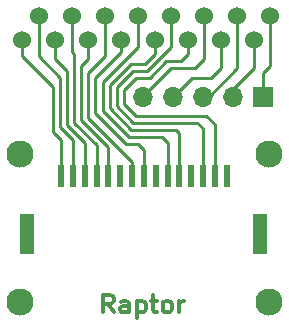
<source format=gbr>
G04 #@! TF.FileFunction,Copper,L1,Top,Signal*
%FSLAX46Y46*%
G04 Gerber Fmt 4.6, Leading zero omitted, Abs format (unit mm)*
G04 Created by KiCad (PCBNEW 4.0.5) date 03/31/17 09:35:13*
%MOMM*%
%LPD*%
G01*
G04 APERTURE LIST*
%ADD10C,0.100000*%
%ADD11C,0.300000*%
%ADD12R,1.700000X1.700000*%
%ADD13O,1.700000X1.700000*%
%ADD14C,2.300000*%
%ADD15R,0.600000X1.900000*%
%ADD16R,1.300000X3.350000*%
%ADD17C,1.524000*%
%ADD18C,0.250000*%
G04 APERTURE END LIST*
D10*
D11*
X145405715Y-122878571D02*
X144905715Y-122164286D01*
X144548572Y-122878571D02*
X144548572Y-121378571D01*
X145120000Y-121378571D01*
X145262858Y-121450000D01*
X145334286Y-121521429D01*
X145405715Y-121664286D01*
X145405715Y-121878571D01*
X145334286Y-122021429D01*
X145262858Y-122092857D01*
X145120000Y-122164286D01*
X144548572Y-122164286D01*
X146691429Y-122878571D02*
X146691429Y-122092857D01*
X146620000Y-121950000D01*
X146477143Y-121878571D01*
X146191429Y-121878571D01*
X146048572Y-121950000D01*
X146691429Y-122807143D02*
X146548572Y-122878571D01*
X146191429Y-122878571D01*
X146048572Y-122807143D01*
X145977143Y-122664286D01*
X145977143Y-122521429D01*
X146048572Y-122378571D01*
X146191429Y-122307143D01*
X146548572Y-122307143D01*
X146691429Y-122235714D01*
X147405715Y-121878571D02*
X147405715Y-123378571D01*
X147405715Y-121950000D02*
X147548572Y-121878571D01*
X147834286Y-121878571D01*
X147977143Y-121950000D01*
X148048572Y-122021429D01*
X148120001Y-122164286D01*
X148120001Y-122592857D01*
X148048572Y-122735714D01*
X147977143Y-122807143D01*
X147834286Y-122878571D01*
X147548572Y-122878571D01*
X147405715Y-122807143D01*
X148548572Y-121878571D02*
X149120001Y-121878571D01*
X148762858Y-121378571D02*
X148762858Y-122664286D01*
X148834286Y-122807143D01*
X148977144Y-122878571D01*
X149120001Y-122878571D01*
X149834287Y-122878571D02*
X149691429Y-122807143D01*
X149620001Y-122735714D01*
X149548572Y-122592857D01*
X149548572Y-122164286D01*
X149620001Y-122021429D01*
X149691429Y-121950000D01*
X149834287Y-121878571D01*
X150048572Y-121878571D01*
X150191429Y-121950000D01*
X150262858Y-122021429D01*
X150334287Y-122164286D01*
X150334287Y-122592857D01*
X150262858Y-122735714D01*
X150191429Y-122807143D01*
X150048572Y-122878571D01*
X149834287Y-122878571D01*
X150977144Y-122878571D02*
X150977144Y-121878571D01*
X150977144Y-122164286D02*
X151048572Y-122021429D01*
X151120001Y-121950000D01*
X151262858Y-121878571D01*
X151405715Y-121878571D01*
D12*
X158070000Y-104600000D03*
D13*
X155530000Y-104600000D03*
X152990000Y-104600000D03*
X150450000Y-104600000D03*
X147910000Y-104600000D03*
D14*
X137520000Y-122000000D03*
X158520000Y-109500000D03*
X158520000Y-122000000D03*
X137520000Y-109500000D03*
D15*
X140970000Y-111360000D03*
X141970000Y-111360000D03*
X142970000Y-111360000D03*
X143970000Y-111360000D03*
X144970000Y-111360000D03*
X145970000Y-111360000D03*
X146970000Y-111360000D03*
X147970000Y-111360000D03*
X148970000Y-111360000D03*
X149970000Y-111360000D03*
X150970000Y-111360000D03*
X151970000Y-111360000D03*
X152970000Y-111360000D03*
X153970000Y-111360000D03*
X154970000Y-111360000D03*
D16*
X157770000Y-116250000D03*
X138070000Y-116240000D03*
D17*
X158670000Y-97800000D03*
X140470000Y-99800000D03*
X141870000Y-97800000D03*
X143270000Y-99800000D03*
X144670000Y-97800000D03*
X146070000Y-99800000D03*
X147470000Y-97800000D03*
X148870000Y-99800000D03*
X150270000Y-97800000D03*
X151670000Y-99800000D03*
X153070000Y-97800000D03*
X154470000Y-99800000D03*
X139070000Y-97800000D03*
X155870000Y-97800000D03*
X137670000Y-99800000D03*
X157270000Y-99800000D03*
D18*
X140970000Y-111360000D02*
X140970000Y-108300000D01*
X137670000Y-101200000D02*
X137670000Y-99800000D01*
X140270000Y-103800000D02*
X137670000Y-101200000D01*
X140270000Y-107600000D02*
X140270000Y-103800000D01*
X140970000Y-108300000D02*
X140270000Y-107600000D01*
X141970000Y-111360000D02*
X141970000Y-108300000D01*
X139070000Y-101200000D02*
X139070000Y-97800000D01*
X140870000Y-103000000D02*
X139070000Y-101200000D01*
X140870000Y-107200000D02*
X140870000Y-103000000D01*
X141970000Y-108300000D02*
X140870000Y-107200000D01*
X142970000Y-111360000D02*
X142970000Y-108500000D01*
X140470000Y-101400000D02*
X140470000Y-99800000D01*
X141470000Y-102400000D02*
X140470000Y-101400000D01*
X141470000Y-107000000D02*
X141470000Y-102400000D01*
X142970000Y-108500000D02*
X141470000Y-107000000D01*
X143970000Y-111360000D02*
X143970000Y-108700000D01*
X141870000Y-100800000D02*
X141870000Y-97800000D01*
X142070000Y-101000000D02*
X141870000Y-100800000D01*
X142070000Y-106800000D02*
X142070000Y-101000000D01*
X143970000Y-108700000D02*
X142070000Y-106800000D01*
X144970000Y-111360000D02*
X144970000Y-108900000D01*
X143270000Y-101400000D02*
X143270000Y-99800000D01*
X142670000Y-102000000D02*
X143270000Y-101400000D01*
X142670000Y-106600000D02*
X142670000Y-102000000D01*
X144970000Y-108900000D02*
X142670000Y-106600000D01*
X146970000Y-111360000D02*
X146970000Y-110100000D01*
X144670000Y-101200000D02*
X144670000Y-97800000D01*
X143270000Y-102600000D02*
X144670000Y-101200000D01*
X143270000Y-106400000D02*
X143270000Y-102600000D01*
X146970000Y-110100000D02*
X143270000Y-106400000D01*
X147970000Y-111360000D02*
X147970000Y-109100000D01*
X146070000Y-100800000D02*
X146070000Y-99800000D01*
X143870000Y-103000000D02*
X146070000Y-100800000D01*
X143870000Y-106000000D02*
X143870000Y-103000000D01*
X146470000Y-108600000D02*
X143870000Y-106000000D01*
X147470000Y-108600000D02*
X146470000Y-108600000D01*
X147970000Y-109100000D02*
X147470000Y-108600000D01*
X149970000Y-111360000D02*
X149970000Y-108500000D01*
X147470000Y-100400000D02*
X147470000Y-97800000D01*
X144470000Y-103400000D02*
X147470000Y-100400000D01*
X144470000Y-105800000D02*
X144470000Y-103400000D01*
X146670000Y-108000000D02*
X144470000Y-105800000D01*
X149470000Y-108000000D02*
X146670000Y-108000000D01*
X149970000Y-108500000D02*
X149470000Y-108000000D01*
X150970000Y-111360000D02*
X150970000Y-107700000D01*
X148870000Y-101000000D02*
X148870000Y-99800000D01*
X148070000Y-101800000D02*
X148870000Y-101000000D01*
X146870000Y-101800000D02*
X148070000Y-101800000D01*
X145070000Y-103600000D02*
X146870000Y-101800000D01*
X145070000Y-105600000D02*
X145070000Y-103600000D01*
X146870000Y-107400000D02*
X145070000Y-105600000D01*
X150670000Y-107400000D02*
X146870000Y-107400000D01*
X150970000Y-107700000D02*
X150670000Y-107400000D01*
X152970000Y-111360000D02*
X152970000Y-107300000D01*
X150270000Y-100400000D02*
X150270000Y-97800000D01*
X148270000Y-102400000D02*
X150270000Y-100400000D01*
X147070000Y-102400000D02*
X148270000Y-102400000D01*
X145670000Y-103800000D02*
X147070000Y-102400000D01*
X145670000Y-105400000D02*
X145670000Y-103800000D01*
X147070000Y-106800000D02*
X145670000Y-105400000D01*
X152470000Y-106800000D02*
X147070000Y-106800000D01*
X152970000Y-107300000D02*
X152470000Y-106800000D01*
X153970000Y-111360000D02*
X153970000Y-106900000D01*
X151670000Y-101000000D02*
X151670000Y-99800000D01*
X151070000Y-101600000D02*
X151670000Y-101000000D01*
X149870000Y-101600000D02*
X151070000Y-101600000D01*
X148470000Y-103000000D02*
X149870000Y-101600000D01*
X147270000Y-103000000D02*
X148470000Y-103000000D01*
X146270000Y-104000000D02*
X147270000Y-103000000D01*
X146270000Y-105200000D02*
X146270000Y-104000000D01*
X147270000Y-106200000D02*
X146270000Y-105200000D01*
X153270000Y-106200000D02*
X147270000Y-106200000D01*
X153970000Y-106900000D02*
X153270000Y-106200000D01*
X152990000Y-104600000D02*
X153470000Y-104600000D01*
X153470000Y-104600000D02*
X155870000Y-102200000D01*
X155870000Y-102200000D02*
X155870000Y-97800000D01*
X150450000Y-104600000D02*
X150470000Y-104600000D01*
X150470000Y-104600000D02*
X152070000Y-103000000D01*
X152070000Y-103000000D02*
X153670000Y-103000000D01*
X153670000Y-103000000D02*
X154470000Y-102200000D01*
X154470000Y-102200000D02*
X154470000Y-99800000D01*
X147910000Y-104600000D02*
X147910000Y-104560000D01*
X147910000Y-104560000D02*
X150270000Y-102200000D01*
X150270000Y-102200000D02*
X152270000Y-102200000D01*
X152270000Y-102200000D02*
X153070000Y-101400000D01*
X153070000Y-101400000D02*
X153070000Y-97800000D01*
X155530000Y-104600000D02*
X155530000Y-103940000D01*
X155530000Y-103940000D02*
X157270000Y-102200000D01*
X157270000Y-102200000D02*
X157270000Y-99800000D01*
X158070000Y-104600000D02*
X158070000Y-102600000D01*
X158670000Y-102000000D02*
X158670000Y-97800000D01*
X158070000Y-102600000D02*
X158670000Y-102000000D01*
M02*

</source>
